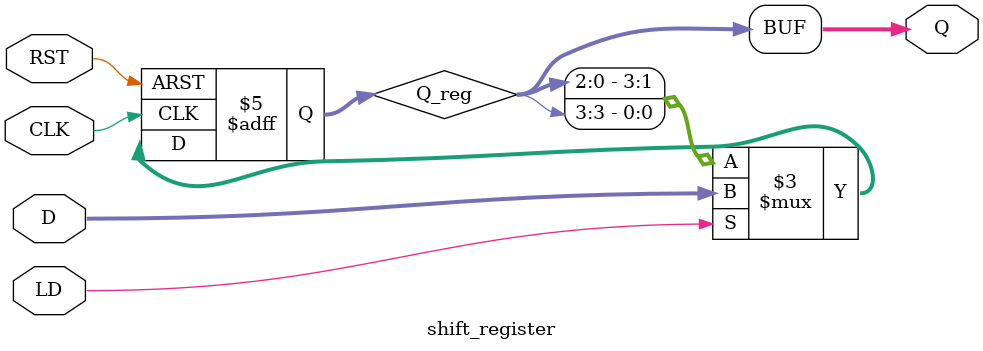
<source format=v>
module top_module (
    input CLK,
    input RST,
    input LD,
    input [3:0] D,
    input [3:0] in,
    input [1:0] sel,
    input enable,
    output [3:0] OUT
);

wire [3:0] mux_out;
wire [3:0] shift_reg_out;

mux_4to1 mux_inst (
    .in(in),
    .sel(sel),
    .enable(enable),
    .out(mux_out)
);

shift_register shift_reg_inst (
    .CLK(CLK),
    .RST(RST),
    .LD(LD),
    .D(D),
    .Q(shift_reg_out)
);

assign OUT = mux_out & shift_reg_out;

endmodule

module mux_4to1 (
    input [3:0] in,
    input [1:0] sel,
    input enable,
    output [3:0] out
);

reg [3:0] out_reg;

always @(*) begin
    if (enable) begin
        case (sel)
            2'b00: out_reg = in[0];
            2'b01: out_reg = in[1];
            2'b10: out_reg = in[2];
            2'b11: out_reg = in[3];
            default: out_reg = 4'b0;
        endcase
    end else begin
        out_reg = 4'b0;
    end
end

assign out = out_reg;

endmodule

module shift_register (
    input CLK,
    input RST,
    input LD,
    input [3:0] D,
    output [3:0] Q
);

reg [3:0] Q_reg;

always @(posedge CLK or posedge RST) begin
    if (RST) begin
        Q_reg <= 4'b0;
    end else begin
        if (LD) begin
            Q_reg <= D;
        end else begin
            Q_reg <= {Q_reg[2:0], Q_reg[3]};
        end
    end
end

assign Q = Q_reg;

endmodule
</source>
